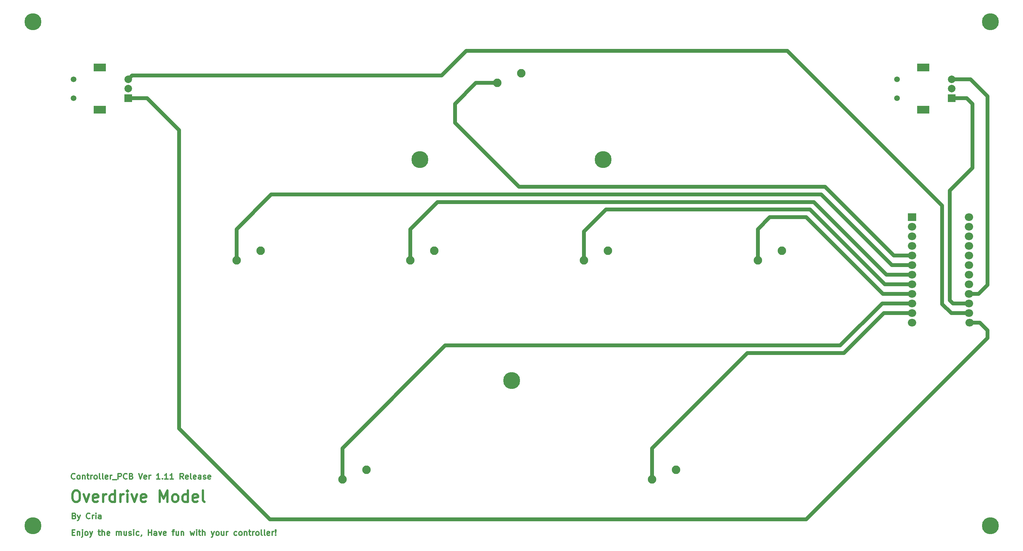
<source format=gbr>
%TF.GenerationSoftware,KiCad,Pcbnew,(5.1.9)-1*%
%TF.CreationDate,2021-02-02T18:21:00+08:00*%
%TF.ProjectId,Overdrive,4f766572-6472-4697-9665-2e6b69636164,rev?*%
%TF.SameCoordinates,Original*%
%TF.FileFunction,Copper,L1,Top*%
%TF.FilePolarity,Positive*%
%FSLAX46Y46*%
G04 Gerber Fmt 4.6, Leading zero omitted, Abs format (unit mm)*
G04 Created by KiCad (PCBNEW (5.1.9)-1) date 2021-02-02 18:21:00*
%MOMM*%
%LPD*%
G01*
G04 APERTURE LIST*
%TA.AperFunction,NonConductor*%
%ADD10C,0.300000*%
%TD*%
%TA.AperFunction,NonConductor*%
%ADD11C,0.600000*%
%TD*%
%TA.AperFunction,ComponentPad*%
%ADD12O,2.200000X2.000000*%
%TD*%
%TA.AperFunction,ComponentPad*%
%ADD13R,2.200000X2.000000*%
%TD*%
%TA.AperFunction,ComponentPad*%
%ADD14C,2.250000*%
%TD*%
%TA.AperFunction,ComponentPad*%
%ADD15R,2.000000X2.000000*%
%TD*%
%TA.AperFunction,ComponentPad*%
%ADD16C,2.000000*%
%TD*%
%TA.AperFunction,ComponentPad*%
%ADD17R,3.200000X2.000000*%
%TD*%
%TA.AperFunction,ComponentPad*%
%ADD18C,1.500000*%
%TD*%
%TA.AperFunction,ViaPad*%
%ADD19C,4.500000*%
%TD*%
%TA.AperFunction,Conductor*%
%ADD20C,1.000000*%
%TD*%
G04 APERTURE END LIST*
D10*
X14671428Y-139492857D02*
X15171428Y-139492857D01*
X15385714Y-140278571D02*
X14671428Y-140278571D01*
X14671428Y-138778571D01*
X15385714Y-138778571D01*
X16028571Y-139278571D02*
X16028571Y-140278571D01*
X16028571Y-139421428D02*
X16099999Y-139350000D01*
X16242857Y-139278571D01*
X16457142Y-139278571D01*
X16599999Y-139350000D01*
X16671428Y-139492857D01*
X16671428Y-140278571D01*
X17385714Y-139278571D02*
X17385714Y-140564285D01*
X17314285Y-140707142D01*
X17171428Y-140778571D01*
X17099999Y-140778571D01*
X17385714Y-138778571D02*
X17314285Y-138850000D01*
X17385714Y-138921428D01*
X17457142Y-138850000D01*
X17385714Y-138778571D01*
X17385714Y-138921428D01*
X18314285Y-140278571D02*
X18171428Y-140207142D01*
X18099999Y-140135714D01*
X18028571Y-139992857D01*
X18028571Y-139564285D01*
X18099999Y-139421428D01*
X18171428Y-139350000D01*
X18314285Y-139278571D01*
X18528571Y-139278571D01*
X18671428Y-139350000D01*
X18742857Y-139421428D01*
X18814285Y-139564285D01*
X18814285Y-139992857D01*
X18742857Y-140135714D01*
X18671428Y-140207142D01*
X18528571Y-140278571D01*
X18314285Y-140278571D01*
X19314285Y-139278571D02*
X19671428Y-140278571D01*
X20028571Y-139278571D02*
X19671428Y-140278571D01*
X19528571Y-140635714D01*
X19457142Y-140707142D01*
X19314285Y-140778571D01*
X21528571Y-139278571D02*
X22099999Y-139278571D01*
X21742857Y-138778571D02*
X21742857Y-140064285D01*
X21814285Y-140207142D01*
X21957142Y-140278571D01*
X22099999Y-140278571D01*
X22599999Y-140278571D02*
X22599999Y-138778571D01*
X23242857Y-140278571D02*
X23242857Y-139492857D01*
X23171428Y-139350000D01*
X23028571Y-139278571D01*
X22814285Y-139278571D01*
X22671428Y-139350000D01*
X22599999Y-139421428D01*
X24528571Y-140207142D02*
X24385714Y-140278571D01*
X24099999Y-140278571D01*
X23957142Y-140207142D01*
X23885714Y-140064285D01*
X23885714Y-139492857D01*
X23957142Y-139350000D01*
X24099999Y-139278571D01*
X24385714Y-139278571D01*
X24528571Y-139350000D01*
X24599999Y-139492857D01*
X24599999Y-139635714D01*
X23885714Y-139778571D01*
X26385714Y-140278571D02*
X26385714Y-139278571D01*
X26385714Y-139421428D02*
X26457142Y-139350000D01*
X26599999Y-139278571D01*
X26814285Y-139278571D01*
X26957142Y-139350000D01*
X27028571Y-139492857D01*
X27028571Y-140278571D01*
X27028571Y-139492857D02*
X27099999Y-139350000D01*
X27242857Y-139278571D01*
X27457142Y-139278571D01*
X27599999Y-139350000D01*
X27671428Y-139492857D01*
X27671428Y-140278571D01*
X29028571Y-139278571D02*
X29028571Y-140278571D01*
X28385714Y-139278571D02*
X28385714Y-140064285D01*
X28457142Y-140207142D01*
X28599999Y-140278571D01*
X28814285Y-140278571D01*
X28957142Y-140207142D01*
X29028571Y-140135714D01*
X29671428Y-140207142D02*
X29814285Y-140278571D01*
X30099999Y-140278571D01*
X30242857Y-140207142D01*
X30314285Y-140064285D01*
X30314285Y-139992857D01*
X30242857Y-139850000D01*
X30099999Y-139778571D01*
X29885714Y-139778571D01*
X29742857Y-139707142D01*
X29671428Y-139564285D01*
X29671428Y-139492857D01*
X29742857Y-139350000D01*
X29885714Y-139278571D01*
X30099999Y-139278571D01*
X30242857Y-139350000D01*
X30957142Y-140278571D02*
X30957142Y-139278571D01*
X30957142Y-138778571D02*
X30885714Y-138850000D01*
X30957142Y-138921428D01*
X31028571Y-138850000D01*
X30957142Y-138778571D01*
X30957142Y-138921428D01*
X32314285Y-140207142D02*
X32171428Y-140278571D01*
X31885714Y-140278571D01*
X31742857Y-140207142D01*
X31671428Y-140135714D01*
X31599999Y-139992857D01*
X31599999Y-139564285D01*
X31671428Y-139421428D01*
X31742857Y-139350000D01*
X31885714Y-139278571D01*
X32171428Y-139278571D01*
X32314285Y-139350000D01*
X33028571Y-140207142D02*
X33028571Y-140278571D01*
X32957142Y-140421428D01*
X32885714Y-140492857D01*
X34814285Y-140278571D02*
X34814285Y-138778571D01*
X34814285Y-139492857D02*
X35671428Y-139492857D01*
X35671428Y-140278571D02*
X35671428Y-138778571D01*
X37028571Y-140278571D02*
X37028571Y-139492857D01*
X36957142Y-139350000D01*
X36814285Y-139278571D01*
X36528571Y-139278571D01*
X36385714Y-139350000D01*
X37028571Y-140207142D02*
X36885714Y-140278571D01*
X36528571Y-140278571D01*
X36385714Y-140207142D01*
X36314285Y-140064285D01*
X36314285Y-139921428D01*
X36385714Y-139778571D01*
X36528571Y-139707142D01*
X36885714Y-139707142D01*
X37028571Y-139635714D01*
X37599999Y-139278571D02*
X37957142Y-140278571D01*
X38314285Y-139278571D01*
X39457142Y-140207142D02*
X39314285Y-140278571D01*
X39028571Y-140278571D01*
X38885714Y-140207142D01*
X38814285Y-140064285D01*
X38814285Y-139492857D01*
X38885714Y-139350000D01*
X39028571Y-139278571D01*
X39314285Y-139278571D01*
X39457142Y-139350000D01*
X39528571Y-139492857D01*
X39528571Y-139635714D01*
X38814285Y-139778571D01*
X41099999Y-139278571D02*
X41671428Y-139278571D01*
X41314285Y-140278571D02*
X41314285Y-138992857D01*
X41385714Y-138850000D01*
X41528571Y-138778571D01*
X41671428Y-138778571D01*
X42814285Y-139278571D02*
X42814285Y-140278571D01*
X42171428Y-139278571D02*
X42171428Y-140064285D01*
X42242857Y-140207142D01*
X42385714Y-140278571D01*
X42599999Y-140278571D01*
X42742857Y-140207142D01*
X42814285Y-140135714D01*
X43528571Y-139278571D02*
X43528571Y-140278571D01*
X43528571Y-139421428D02*
X43599999Y-139350000D01*
X43742857Y-139278571D01*
X43957142Y-139278571D01*
X44099999Y-139350000D01*
X44171428Y-139492857D01*
X44171428Y-140278571D01*
X45885714Y-139278571D02*
X46171428Y-140278571D01*
X46457142Y-139564285D01*
X46742857Y-140278571D01*
X47028571Y-139278571D01*
X47599999Y-140278571D02*
X47599999Y-139278571D01*
X47599999Y-138778571D02*
X47528571Y-138850000D01*
X47599999Y-138921428D01*
X47671428Y-138850000D01*
X47599999Y-138778571D01*
X47599999Y-138921428D01*
X48099999Y-139278571D02*
X48671428Y-139278571D01*
X48314285Y-138778571D02*
X48314285Y-140064285D01*
X48385714Y-140207142D01*
X48528571Y-140278571D01*
X48671428Y-140278571D01*
X49171428Y-140278571D02*
X49171428Y-138778571D01*
X49814285Y-140278571D02*
X49814285Y-139492857D01*
X49742857Y-139350000D01*
X49599999Y-139278571D01*
X49385714Y-139278571D01*
X49242857Y-139350000D01*
X49171428Y-139421428D01*
X51528571Y-139278571D02*
X51885714Y-140278571D01*
X52242857Y-139278571D02*
X51885714Y-140278571D01*
X51742857Y-140635714D01*
X51671428Y-140707142D01*
X51528571Y-140778571D01*
X53028571Y-140278571D02*
X52885714Y-140207142D01*
X52814285Y-140135714D01*
X52742857Y-139992857D01*
X52742857Y-139564285D01*
X52814285Y-139421428D01*
X52885714Y-139350000D01*
X53028571Y-139278571D01*
X53242857Y-139278571D01*
X53385714Y-139350000D01*
X53457142Y-139421428D01*
X53528571Y-139564285D01*
X53528571Y-139992857D01*
X53457142Y-140135714D01*
X53385714Y-140207142D01*
X53242857Y-140278571D01*
X53028571Y-140278571D01*
X54814285Y-139278571D02*
X54814285Y-140278571D01*
X54171428Y-139278571D02*
X54171428Y-140064285D01*
X54242857Y-140207142D01*
X54385714Y-140278571D01*
X54599999Y-140278571D01*
X54742857Y-140207142D01*
X54814285Y-140135714D01*
X55528571Y-140278571D02*
X55528571Y-139278571D01*
X55528571Y-139564285D02*
X55599999Y-139421428D01*
X55671428Y-139350000D01*
X55814285Y-139278571D01*
X55957142Y-139278571D01*
X58242857Y-140207142D02*
X58099999Y-140278571D01*
X57814285Y-140278571D01*
X57671428Y-140207142D01*
X57599999Y-140135714D01*
X57528571Y-139992857D01*
X57528571Y-139564285D01*
X57599999Y-139421428D01*
X57671428Y-139350000D01*
X57814285Y-139278571D01*
X58099999Y-139278571D01*
X58242857Y-139350000D01*
X59099999Y-140278571D02*
X58957142Y-140207142D01*
X58885714Y-140135714D01*
X58814285Y-139992857D01*
X58814285Y-139564285D01*
X58885714Y-139421428D01*
X58957142Y-139350000D01*
X59099999Y-139278571D01*
X59314285Y-139278571D01*
X59457142Y-139350000D01*
X59528571Y-139421428D01*
X59599999Y-139564285D01*
X59599999Y-139992857D01*
X59528571Y-140135714D01*
X59457142Y-140207142D01*
X59314285Y-140278571D01*
X59099999Y-140278571D01*
X60242857Y-139278571D02*
X60242857Y-140278571D01*
X60242857Y-139421428D02*
X60314285Y-139350000D01*
X60457142Y-139278571D01*
X60671428Y-139278571D01*
X60814285Y-139350000D01*
X60885714Y-139492857D01*
X60885714Y-140278571D01*
X61385714Y-139278571D02*
X61957142Y-139278571D01*
X61599999Y-138778571D02*
X61599999Y-140064285D01*
X61671428Y-140207142D01*
X61814285Y-140278571D01*
X61957142Y-140278571D01*
X62457142Y-140278571D02*
X62457142Y-139278571D01*
X62457142Y-139564285D02*
X62528571Y-139421428D01*
X62599999Y-139350000D01*
X62742857Y-139278571D01*
X62885714Y-139278571D01*
X63599999Y-140278571D02*
X63457142Y-140207142D01*
X63385714Y-140135714D01*
X63314285Y-139992857D01*
X63314285Y-139564285D01*
X63385714Y-139421428D01*
X63457142Y-139350000D01*
X63599999Y-139278571D01*
X63814285Y-139278571D01*
X63957142Y-139350000D01*
X64028571Y-139421428D01*
X64099999Y-139564285D01*
X64099999Y-139992857D01*
X64028571Y-140135714D01*
X63957142Y-140207142D01*
X63814285Y-140278571D01*
X63599999Y-140278571D01*
X64957142Y-140278571D02*
X64814285Y-140207142D01*
X64742857Y-140064285D01*
X64742857Y-138778571D01*
X65742857Y-140278571D02*
X65599999Y-140207142D01*
X65528571Y-140064285D01*
X65528571Y-138778571D01*
X66885714Y-140207142D02*
X66742857Y-140278571D01*
X66457142Y-140278571D01*
X66314285Y-140207142D01*
X66242857Y-140064285D01*
X66242857Y-139492857D01*
X66314285Y-139350000D01*
X66457142Y-139278571D01*
X66742857Y-139278571D01*
X66885714Y-139350000D01*
X66957142Y-139492857D01*
X66957142Y-139635714D01*
X66242857Y-139778571D01*
X67599999Y-140278571D02*
X67599999Y-139278571D01*
X67599999Y-139564285D02*
X67671428Y-139421428D01*
X67742857Y-139350000D01*
X67885714Y-139278571D01*
X68028571Y-139278571D01*
X68528571Y-140135714D02*
X68599999Y-140207142D01*
X68528571Y-140278571D01*
X68457142Y-140207142D01*
X68528571Y-140135714D01*
X68528571Y-140278571D01*
X68528571Y-139707142D02*
X68457142Y-138850000D01*
X68528571Y-138778571D01*
X68599999Y-138850000D01*
X68528571Y-139707142D01*
X68528571Y-138778571D01*
X15400000Y-125235714D02*
X15328571Y-125307142D01*
X15114285Y-125378571D01*
X14971428Y-125378571D01*
X14757142Y-125307142D01*
X14614285Y-125164285D01*
X14542857Y-125021428D01*
X14471428Y-124735714D01*
X14471428Y-124521428D01*
X14542857Y-124235714D01*
X14614285Y-124092857D01*
X14757142Y-123950000D01*
X14971428Y-123878571D01*
X15114285Y-123878571D01*
X15328571Y-123950000D01*
X15400000Y-124021428D01*
X16257142Y-125378571D02*
X16114285Y-125307142D01*
X16042857Y-125235714D01*
X15971428Y-125092857D01*
X15971428Y-124664285D01*
X16042857Y-124521428D01*
X16114285Y-124450000D01*
X16257142Y-124378571D01*
X16471428Y-124378571D01*
X16614285Y-124450000D01*
X16685714Y-124521428D01*
X16757142Y-124664285D01*
X16757142Y-125092857D01*
X16685714Y-125235714D01*
X16614285Y-125307142D01*
X16471428Y-125378571D01*
X16257142Y-125378571D01*
X17400000Y-124378571D02*
X17400000Y-125378571D01*
X17400000Y-124521428D02*
X17471428Y-124450000D01*
X17614285Y-124378571D01*
X17828571Y-124378571D01*
X17971428Y-124450000D01*
X18042857Y-124592857D01*
X18042857Y-125378571D01*
X18542857Y-124378571D02*
X19114285Y-124378571D01*
X18757142Y-123878571D02*
X18757142Y-125164285D01*
X18828571Y-125307142D01*
X18971428Y-125378571D01*
X19114285Y-125378571D01*
X19614285Y-125378571D02*
X19614285Y-124378571D01*
X19614285Y-124664285D02*
X19685714Y-124521428D01*
X19757142Y-124450000D01*
X19900000Y-124378571D01*
X20042857Y-124378571D01*
X20757142Y-125378571D02*
X20614285Y-125307142D01*
X20542857Y-125235714D01*
X20471428Y-125092857D01*
X20471428Y-124664285D01*
X20542857Y-124521428D01*
X20614285Y-124450000D01*
X20757142Y-124378571D01*
X20971428Y-124378571D01*
X21114285Y-124450000D01*
X21185714Y-124521428D01*
X21257142Y-124664285D01*
X21257142Y-125092857D01*
X21185714Y-125235714D01*
X21114285Y-125307142D01*
X20971428Y-125378571D01*
X20757142Y-125378571D01*
X22114285Y-125378571D02*
X21971428Y-125307142D01*
X21900000Y-125164285D01*
X21900000Y-123878571D01*
X22900000Y-125378571D02*
X22757142Y-125307142D01*
X22685714Y-125164285D01*
X22685714Y-123878571D01*
X24042857Y-125307142D02*
X23900000Y-125378571D01*
X23614285Y-125378571D01*
X23471428Y-125307142D01*
X23400000Y-125164285D01*
X23400000Y-124592857D01*
X23471428Y-124450000D01*
X23614285Y-124378571D01*
X23900000Y-124378571D01*
X24042857Y-124450000D01*
X24114285Y-124592857D01*
X24114285Y-124735714D01*
X23400000Y-124878571D01*
X24757142Y-125378571D02*
X24757142Y-124378571D01*
X24757142Y-124664285D02*
X24828571Y-124521428D01*
X24900000Y-124450000D01*
X25042857Y-124378571D01*
X25185714Y-124378571D01*
X25328571Y-125521428D02*
X26471428Y-125521428D01*
X26828571Y-125378571D02*
X26828571Y-123878571D01*
X27400000Y-123878571D01*
X27542857Y-123950000D01*
X27614285Y-124021428D01*
X27685714Y-124164285D01*
X27685714Y-124378571D01*
X27614285Y-124521428D01*
X27542857Y-124592857D01*
X27400000Y-124664285D01*
X26828571Y-124664285D01*
X29185714Y-125235714D02*
X29114285Y-125307142D01*
X28900000Y-125378571D01*
X28757142Y-125378571D01*
X28542857Y-125307142D01*
X28400000Y-125164285D01*
X28328571Y-125021428D01*
X28257142Y-124735714D01*
X28257142Y-124521428D01*
X28328571Y-124235714D01*
X28400000Y-124092857D01*
X28542857Y-123950000D01*
X28757142Y-123878571D01*
X28900000Y-123878571D01*
X29114285Y-123950000D01*
X29185714Y-124021428D01*
X30328571Y-124592857D02*
X30542857Y-124664285D01*
X30614285Y-124735714D01*
X30685714Y-124878571D01*
X30685714Y-125092857D01*
X30614285Y-125235714D01*
X30542857Y-125307142D01*
X30400000Y-125378571D01*
X29828571Y-125378571D01*
X29828571Y-123878571D01*
X30328571Y-123878571D01*
X30471428Y-123950000D01*
X30542857Y-124021428D01*
X30614285Y-124164285D01*
X30614285Y-124307142D01*
X30542857Y-124450000D01*
X30471428Y-124521428D01*
X30328571Y-124592857D01*
X29828571Y-124592857D01*
X32257142Y-123878571D02*
X32757142Y-125378571D01*
X33257142Y-123878571D01*
X34328571Y-125307142D02*
X34185714Y-125378571D01*
X33900000Y-125378571D01*
X33757142Y-125307142D01*
X33685714Y-125164285D01*
X33685714Y-124592857D01*
X33757142Y-124450000D01*
X33900000Y-124378571D01*
X34185714Y-124378571D01*
X34328571Y-124450000D01*
X34400000Y-124592857D01*
X34400000Y-124735714D01*
X33685714Y-124878571D01*
X35042857Y-125378571D02*
X35042857Y-124378571D01*
X35042857Y-124664285D02*
X35114285Y-124521428D01*
X35185714Y-124450000D01*
X35328571Y-124378571D01*
X35471428Y-124378571D01*
X37900000Y-125378571D02*
X37042857Y-125378571D01*
X37471428Y-125378571D02*
X37471428Y-123878571D01*
X37328571Y-124092857D01*
X37185714Y-124235714D01*
X37042857Y-124307142D01*
X38542857Y-125235714D02*
X38614285Y-125307142D01*
X38542857Y-125378571D01*
X38471428Y-125307142D01*
X38542857Y-125235714D01*
X38542857Y-125378571D01*
X40042857Y-125378571D02*
X39185714Y-125378571D01*
X39614285Y-125378571D02*
X39614285Y-123878571D01*
X39471428Y-124092857D01*
X39328571Y-124235714D01*
X39185714Y-124307142D01*
X41471428Y-125378571D02*
X40614285Y-125378571D01*
X41042857Y-125378571D02*
X41042857Y-123878571D01*
X40900000Y-124092857D01*
X40757142Y-124235714D01*
X40614285Y-124307142D01*
X44114285Y-125378571D02*
X43614285Y-124664285D01*
X43257142Y-125378571D02*
X43257142Y-123878571D01*
X43828571Y-123878571D01*
X43971428Y-123950000D01*
X44042857Y-124021428D01*
X44114285Y-124164285D01*
X44114285Y-124378571D01*
X44042857Y-124521428D01*
X43971428Y-124592857D01*
X43828571Y-124664285D01*
X43257142Y-124664285D01*
X45328571Y-125307142D02*
X45185714Y-125378571D01*
X44900000Y-125378571D01*
X44757142Y-125307142D01*
X44685714Y-125164285D01*
X44685714Y-124592857D01*
X44757142Y-124450000D01*
X44900000Y-124378571D01*
X45185714Y-124378571D01*
X45328571Y-124450000D01*
X45400000Y-124592857D01*
X45400000Y-124735714D01*
X44685714Y-124878571D01*
X46257142Y-125378571D02*
X46114285Y-125307142D01*
X46042857Y-125164285D01*
X46042857Y-123878571D01*
X47400000Y-125307142D02*
X47257142Y-125378571D01*
X46971428Y-125378571D01*
X46828571Y-125307142D01*
X46757142Y-125164285D01*
X46757142Y-124592857D01*
X46828571Y-124450000D01*
X46971428Y-124378571D01*
X47257142Y-124378571D01*
X47400000Y-124450000D01*
X47471428Y-124592857D01*
X47471428Y-124735714D01*
X46757142Y-124878571D01*
X48757142Y-125378571D02*
X48757142Y-124592857D01*
X48685714Y-124450000D01*
X48542857Y-124378571D01*
X48257142Y-124378571D01*
X48114285Y-124450000D01*
X48757142Y-125307142D02*
X48614285Y-125378571D01*
X48257142Y-125378571D01*
X48114285Y-125307142D01*
X48042857Y-125164285D01*
X48042857Y-125021428D01*
X48114285Y-124878571D01*
X48257142Y-124807142D01*
X48614285Y-124807142D01*
X48757142Y-124735714D01*
X49400000Y-125307142D02*
X49542857Y-125378571D01*
X49828571Y-125378571D01*
X49971428Y-125307142D01*
X50042857Y-125164285D01*
X50042857Y-125092857D01*
X49971428Y-124950000D01*
X49828571Y-124878571D01*
X49614285Y-124878571D01*
X49471428Y-124807142D01*
X49400000Y-124664285D01*
X49400000Y-124592857D01*
X49471428Y-124450000D01*
X49614285Y-124378571D01*
X49828571Y-124378571D01*
X49971428Y-124450000D01*
X51257142Y-125307142D02*
X51114285Y-125378571D01*
X50828571Y-125378571D01*
X50685714Y-125307142D01*
X50614285Y-125164285D01*
X50614285Y-124592857D01*
X50685714Y-124450000D01*
X50828571Y-124378571D01*
X51114285Y-124378571D01*
X51257142Y-124450000D01*
X51328571Y-124592857D01*
X51328571Y-124735714D01*
X50614285Y-124878571D01*
X15214285Y-135092857D02*
X15428571Y-135164285D01*
X15500000Y-135235714D01*
X15571428Y-135378571D01*
X15571428Y-135592857D01*
X15500000Y-135735714D01*
X15428571Y-135807142D01*
X15285714Y-135878571D01*
X14714285Y-135878571D01*
X14714285Y-134378571D01*
X15214285Y-134378571D01*
X15357142Y-134450000D01*
X15428571Y-134521428D01*
X15500000Y-134664285D01*
X15500000Y-134807142D01*
X15428571Y-134950000D01*
X15357142Y-135021428D01*
X15214285Y-135092857D01*
X14714285Y-135092857D01*
X16071428Y-134878571D02*
X16428571Y-135878571D01*
X16785714Y-134878571D02*
X16428571Y-135878571D01*
X16285714Y-136235714D01*
X16214285Y-136307142D01*
X16071428Y-136378571D01*
X19357142Y-135735714D02*
X19285714Y-135807142D01*
X19071428Y-135878571D01*
X18928571Y-135878571D01*
X18714285Y-135807142D01*
X18571428Y-135664285D01*
X18500000Y-135521428D01*
X18428571Y-135235714D01*
X18428571Y-135021428D01*
X18500000Y-134735714D01*
X18571428Y-134592857D01*
X18714285Y-134450000D01*
X18928571Y-134378571D01*
X19071428Y-134378571D01*
X19285714Y-134450000D01*
X19357142Y-134521428D01*
X20000000Y-135878571D02*
X20000000Y-134878571D01*
X20000000Y-135164285D02*
X20071428Y-135021428D01*
X20142857Y-134950000D01*
X20285714Y-134878571D01*
X20428571Y-134878571D01*
X20928571Y-135878571D02*
X20928571Y-134878571D01*
X20928571Y-134378571D02*
X20857142Y-134450000D01*
X20928571Y-134521428D01*
X21000000Y-134450000D01*
X20928571Y-134378571D01*
X20928571Y-134521428D01*
X22285714Y-135878571D02*
X22285714Y-135092857D01*
X22214285Y-134950000D01*
X22071428Y-134878571D01*
X21785714Y-134878571D01*
X21642857Y-134950000D01*
X22285714Y-135807142D02*
X22142857Y-135878571D01*
X21785714Y-135878571D01*
X21642857Y-135807142D01*
X21571428Y-135664285D01*
X21571428Y-135521428D01*
X21642857Y-135378571D01*
X21785714Y-135307142D01*
X22142857Y-135307142D01*
X22285714Y-135235714D01*
D11*
X15385714Y-128357142D02*
X15957142Y-128357142D01*
X16242857Y-128500000D01*
X16528571Y-128785714D01*
X16671428Y-129357142D01*
X16671428Y-130357142D01*
X16528571Y-130928571D01*
X16242857Y-131214285D01*
X15957142Y-131357142D01*
X15385714Y-131357142D01*
X15100000Y-131214285D01*
X14814285Y-130928571D01*
X14671428Y-130357142D01*
X14671428Y-129357142D01*
X14814285Y-128785714D01*
X15100000Y-128500000D01*
X15385714Y-128357142D01*
X17671428Y-129357142D02*
X18385714Y-131357142D01*
X19100000Y-129357142D01*
X21385714Y-131214285D02*
X21100000Y-131357142D01*
X20528571Y-131357142D01*
X20242857Y-131214285D01*
X20100000Y-130928571D01*
X20100000Y-129785714D01*
X20242857Y-129500000D01*
X20528571Y-129357142D01*
X21100000Y-129357142D01*
X21385714Y-129500000D01*
X21528571Y-129785714D01*
X21528571Y-130071428D01*
X20100000Y-130357142D01*
X22814285Y-131357142D02*
X22814285Y-129357142D01*
X22814285Y-129928571D02*
X22957142Y-129642857D01*
X23100000Y-129500000D01*
X23385714Y-129357142D01*
X23671428Y-129357142D01*
X25957142Y-131357142D02*
X25957142Y-128357142D01*
X25957142Y-131214285D02*
X25671428Y-131357142D01*
X25099999Y-131357142D01*
X24814285Y-131214285D01*
X24671428Y-131071428D01*
X24528571Y-130785714D01*
X24528571Y-129928571D01*
X24671428Y-129642857D01*
X24814285Y-129500000D01*
X25099999Y-129357142D01*
X25671428Y-129357142D01*
X25957142Y-129500000D01*
X27385714Y-131357142D02*
X27385714Y-129357142D01*
X27385714Y-129928571D02*
X27528571Y-129642857D01*
X27671428Y-129500000D01*
X27957142Y-129357142D01*
X28242857Y-129357142D01*
X29242857Y-131357142D02*
X29242857Y-129357142D01*
X29242857Y-128357142D02*
X29099999Y-128500000D01*
X29242857Y-128642857D01*
X29385714Y-128500000D01*
X29242857Y-128357142D01*
X29242857Y-128642857D01*
X30385714Y-129357142D02*
X31099999Y-131357142D01*
X31814285Y-129357142D01*
X34100000Y-131214285D02*
X33814285Y-131357142D01*
X33242857Y-131357142D01*
X32957142Y-131214285D01*
X32814285Y-130928571D01*
X32814285Y-129785714D01*
X32957142Y-129500000D01*
X33242857Y-129357142D01*
X33814285Y-129357142D01*
X34100000Y-129500000D01*
X34242857Y-129785714D01*
X34242857Y-130071428D01*
X32814285Y-130357142D01*
X37814285Y-131357142D02*
X37814285Y-128357142D01*
X38814285Y-130500000D01*
X39814285Y-128357142D01*
X39814285Y-131357142D01*
X41671428Y-131357142D02*
X41385714Y-131214285D01*
X41242857Y-131071428D01*
X41100000Y-130785714D01*
X41100000Y-129928571D01*
X41242857Y-129642857D01*
X41385714Y-129500000D01*
X41671428Y-129357142D01*
X42100000Y-129357142D01*
X42385714Y-129500000D01*
X42528571Y-129642857D01*
X42671428Y-129928571D01*
X42671428Y-130785714D01*
X42528571Y-131071428D01*
X42385714Y-131214285D01*
X42100000Y-131357142D01*
X41671428Y-131357142D01*
X45242857Y-131357142D02*
X45242857Y-128357142D01*
X45242857Y-131214285D02*
X44957142Y-131357142D01*
X44385714Y-131357142D01*
X44100000Y-131214285D01*
X43957142Y-131071428D01*
X43814285Y-130785714D01*
X43814285Y-129928571D01*
X43957142Y-129642857D01*
X44100000Y-129500000D01*
X44385714Y-129357142D01*
X44957142Y-129357142D01*
X45242857Y-129500000D01*
X47814285Y-131214285D02*
X47528571Y-131357142D01*
X46957142Y-131357142D01*
X46671428Y-131214285D01*
X46528571Y-130928571D01*
X46528571Y-129785714D01*
X46671428Y-129500000D01*
X46957142Y-129357142D01*
X47528571Y-129357142D01*
X47814285Y-129500000D01*
X47957142Y-129785714D01*
X47957142Y-130071428D01*
X46528571Y-130357142D01*
X49671428Y-131357142D02*
X49385714Y-131214285D01*
X49242857Y-130928571D01*
X49242857Y-128357142D01*
D12*
%TO.P,U1,10*%
%TO.N,Net-(LASER-L1-PadA)*%
X252240000Y-83940000D03*
%TO.P,U1,9*%
%TO.N,Net-(U1-Pad9)*%
X237000000Y-83940000D03*
%TO.P,U1,8*%
%TO.N,Net-(FX-R1-Pad1)*%
X237000000Y-81400000D03*
%TO.P,U1,7*%
%TO.N,Net-(FX-L1-Pad1)*%
X237000000Y-78860000D03*
%TO.P,U1,6*%
%TO.N,Net-(BT-D1-Pad1)*%
X237000000Y-76320000D03*
%TO.P,U1,5*%
%TO.N,Net-(BT-C1-Pad1)*%
X237000000Y-73780000D03*
%TO.P,U1,4*%
%TO.N,Net-(BT-B1-Pad1)*%
X237000000Y-71240000D03*
%TO.P,U1,3*%
%TO.N,Net-(BT-A1-Pad1)*%
X237000000Y-68700000D03*
%TO.P,U1,2*%
%TO.N,Net-(START1-Pad1)*%
X237000000Y-66160000D03*
%TO.P,U1,GND2*%
%TO.N,Net-(BT-A1-Pad2)*%
X237000000Y-63620000D03*
%TO.P,U1,GND1*%
%TO.N,Net-(LASER-L1-PadC)*%
X237000000Y-61080000D03*
%TO.P,U1,0*%
%TO.N,Net-(U1-Pad0)*%
X237000000Y-58540000D03*
D13*
%TO.P,U1,1*%
%TO.N,Net-(U1-Pad1)*%
X237000000Y-56000000D03*
D12*
%TO.P,U1,16*%
%TO.N,Net-(LASER-L1-PadB)*%
X252113000Y-81425400D03*
%TO.P,U1,14*%
%TO.N,Net-(LASER-R1-PadA)*%
X252113000Y-78885400D03*
%TO.P,U1,15*%
%TO.N,Net-(LASER-R1-PadB)*%
X252113000Y-76345400D03*
%TO.P,U1,18*%
%TO.N,Net-(U1-Pad18)*%
X252113000Y-73805400D03*
%TO.P,U1,19*%
%TO.N,Net-(U1-Pad19)*%
X252113000Y-71265400D03*
%TO.P,U1,20*%
%TO.N,Net-(U1-Pad20)*%
X252113000Y-68725400D03*
%TO.P,U1,21*%
%TO.N,Net-(U1-Pad21)*%
X252113000Y-66185400D03*
%TO.P,U1,VCC*%
%TO.N,Net-(U1-PadVCC)*%
X252113000Y-63645400D03*
%TO.P,U1,RST*%
%TO.N,Net-(U1-PadRST)*%
X252113000Y-61105400D03*
%TO.P,U1,GND3*%
%TO.N,Net-(LASER-R1-PadC)*%
X252113000Y-58565400D03*
%TO.P,U1,RAW*%
%TO.N,Net-(U1-PadRAW)*%
X252113000Y-56025400D03*
%TD*%
D14*
%TO.P,START1,2*%
%TO.N,Net-(BT-A1-Pad2)*%
X133540000Y-17920000D03*
%TO.P,START1,1*%
%TO.N,Net-(START1-Pad1)*%
X127190000Y-20460000D03*
%TD*%
%TO.P,FX-R1,2*%
%TO.N,Net-(BT-A1-Pad2)*%
X174540000Y-122920000D03*
%TO.P,FX-R1,1*%
%TO.N,Net-(FX-R1-Pad1)*%
X168190000Y-125460000D03*
%TD*%
%TO.P,FX-L1,2*%
%TO.N,Net-(BT-A1-Pad2)*%
X92540000Y-122920000D03*
%TO.P,FX-L1,1*%
%TO.N,Net-(FX-L1-Pad1)*%
X86190000Y-125460000D03*
%TD*%
%TO.P,BT-D1,2*%
%TO.N,Net-(BT-A1-Pad2)*%
X202540000Y-64920000D03*
%TO.P,BT-D1,1*%
%TO.N,Net-(BT-D1-Pad1)*%
X196190000Y-67460000D03*
%TD*%
%TO.P,BT-C1,2*%
%TO.N,Net-(BT-A1-Pad2)*%
X156540000Y-64920000D03*
%TO.P,BT-C1,1*%
%TO.N,Net-(BT-C1-Pad1)*%
X150190000Y-67460000D03*
%TD*%
%TO.P,BT-B1,2*%
%TO.N,Net-(BT-A1-Pad2)*%
X110540000Y-64920000D03*
%TO.P,BT-B1,1*%
%TO.N,Net-(BT-B1-Pad1)*%
X104190000Y-67460000D03*
%TD*%
%TO.P,BT-A1,2*%
%TO.N,Net-(BT-A1-Pad2)*%
X64540000Y-64920000D03*
%TO.P,BT-A1,1*%
%TO.N,Net-(BT-A1-Pad1)*%
X58190000Y-67460000D03*
%TD*%
D15*
%TO.P,LASER-R1,A*%
%TO.N,Net-(LASER-R1-PadA)*%
X247500000Y-24500000D03*
D16*
%TO.P,LASER-R1,C*%
%TO.N,Net-(LASER-R1-PadC)*%
X247500000Y-22000000D03*
%TO.P,LASER-R1,B*%
%TO.N,Net-(LASER-R1-PadB)*%
X247500000Y-19500000D03*
D17*
%TO.P,LASER-R1,MP*%
%TO.N,N/C*%
X240000000Y-27600000D03*
X240000000Y-16400000D03*
D18*
%TO.P,LASER-R1,*%
%TO.N,*%
X233000000Y-24500000D03*
X233000000Y-19500000D03*
%TD*%
D15*
%TO.P,LASER-L1,A*%
%TO.N,Net-(LASER-L1-PadA)*%
X29500000Y-24500000D03*
D16*
%TO.P,LASER-L1,C*%
%TO.N,Net-(LASER-L1-PadC)*%
X29500000Y-22000000D03*
%TO.P,LASER-L1,B*%
%TO.N,Net-(LASER-L1-PadB)*%
X29500000Y-19500000D03*
D17*
%TO.P,LASER-L1,MP*%
%TO.N,N/C*%
X22000000Y-27600000D03*
X22000000Y-16400000D03*
D18*
%TO.P,LASER-L1,*%
%TO.N,*%
X15000000Y-24500000D03*
X15000000Y-19500000D03*
%TD*%
D19*
%TO.N,*%
X4250000Y-4250000D03*
X4250000Y-137750000D03*
X257750000Y-137750000D03*
X257750000Y-4250000D03*
X106750000Y-40750000D03*
X155250000Y-40750000D03*
X131000000Y-99250000D03*
%TD*%
D20*
%TO.N,Net-(BT-A1-Pad1)*%
X231700000Y-68700000D02*
X237000000Y-68700000D01*
X213000000Y-50000000D02*
X231700000Y-68700000D01*
X67380000Y-50000000D02*
X213000000Y-50000000D01*
X58190000Y-59190000D02*
X67380000Y-50000000D01*
X58190000Y-67460000D02*
X58190000Y-59190000D01*
%TO.N,Net-(BT-B1-Pad1)*%
X104190000Y-67460000D02*
X104190000Y-59190000D01*
X104190000Y-59190000D02*
X111380000Y-52000000D01*
X111380000Y-52000000D02*
X211000000Y-52000000D01*
X230240000Y-71240000D02*
X237000000Y-71240000D01*
X211000000Y-52000000D02*
X230240000Y-71240000D01*
%TO.N,Net-(BT-C1-Pad1)*%
X229780000Y-73780000D02*
X237000000Y-73780000D01*
X210000000Y-54000000D02*
X229780000Y-73780000D01*
X156000000Y-54000000D02*
X210000000Y-54000000D01*
X150190000Y-59810000D02*
X156000000Y-54000000D01*
X150190000Y-67460000D02*
X150190000Y-59810000D01*
%TO.N,Net-(BT-D1-Pad1)*%
X229320000Y-76320000D02*
X237000000Y-76320000D01*
X209000000Y-56000000D02*
X229320000Y-76320000D01*
X199380000Y-56000000D02*
X209000000Y-56000000D01*
X196190000Y-59190000D02*
X199380000Y-56000000D01*
X196190000Y-67460000D02*
X196190000Y-59190000D01*
%TO.N,Net-(FX-L1-Pad1)*%
X86190000Y-125460000D02*
X86190000Y-117190000D01*
X86190000Y-117190000D02*
X113380000Y-90000000D01*
X113380000Y-90000000D02*
X218000000Y-90000000D01*
X229140000Y-78860000D02*
X237000000Y-78860000D01*
X218000000Y-90000000D02*
X229140000Y-78860000D01*
%TO.N,Net-(FX-R1-Pad1)*%
X168190000Y-125460000D02*
X168190000Y-117190000D01*
X168190000Y-117190000D02*
X193380000Y-92000000D01*
X193380000Y-92000000D02*
X219000000Y-92000000D01*
X229600000Y-81400000D02*
X237000000Y-81400000D01*
X219000000Y-92000000D02*
X229600000Y-81400000D01*
%TO.N,Net-(LASER-L1-PadA)*%
X29500000Y-24500000D02*
X34500000Y-24500000D01*
X34500000Y-24500000D02*
X43000000Y-33000000D01*
X43000000Y-112010710D02*
X66989290Y-136000000D01*
X43000000Y-33000000D02*
X43000000Y-112010710D01*
X66989290Y-136000000D02*
X209000000Y-136000000D01*
X209000000Y-136000000D02*
X257000000Y-88000000D01*
X257000000Y-88000000D02*
X257000000Y-86000000D01*
X254940000Y-83940000D02*
X252240000Y-83940000D01*
X257000000Y-86000000D02*
X254940000Y-83940000D01*
%TO.N,Net-(LASER-L1-PadB)*%
X30499999Y-18500001D02*
X112499999Y-18500001D01*
X29500000Y-19500000D02*
X30499999Y-18500001D01*
X112499999Y-18500001D02*
X119000000Y-12000000D01*
X119000000Y-12000000D02*
X204000000Y-12000000D01*
X204000000Y-12000000D02*
X245000000Y-53000000D01*
X245000000Y-53000000D02*
X245000000Y-79000000D01*
X247425400Y-81425400D02*
X252113000Y-81425400D01*
X245000000Y-79000000D02*
X247425400Y-81425400D01*
%TO.N,Net-(LASER-R1-PadA)*%
X247500000Y-24500000D02*
X251500000Y-24500000D01*
X251500000Y-24500000D02*
X253000000Y-26000000D01*
X253000000Y-26000000D02*
X253000000Y-43000000D01*
X253000000Y-43000000D02*
X247000000Y-49000000D01*
X247000000Y-49000000D02*
X247000000Y-78000000D01*
X247885400Y-78885400D02*
X252113000Y-78885400D01*
X247000000Y-78000000D02*
X247885400Y-78885400D01*
%TO.N,Net-(LASER-R1-PadB)*%
X247500000Y-19500000D02*
X252500000Y-19500000D01*
X252500000Y-19500000D02*
X257000000Y-24000000D01*
X257000000Y-24000000D02*
X257000000Y-74000000D01*
X254654600Y-76345400D02*
X252113000Y-76345400D01*
X257000000Y-74000000D02*
X254654600Y-76345400D01*
%TO.N,Net-(START1-Pad1)*%
X133000000Y-48000000D02*
X214000000Y-48000000D01*
X116000000Y-31000000D02*
X133000000Y-48000000D01*
X214000000Y-48000000D02*
X232160000Y-66160000D01*
X116000000Y-26000000D02*
X116000000Y-31000000D01*
X232160000Y-66160000D02*
X237000000Y-66160000D01*
X121540000Y-20460000D02*
X116000000Y-26000000D01*
X127190000Y-20460000D02*
X121540000Y-20460000D01*
%TD*%
M02*

</source>
